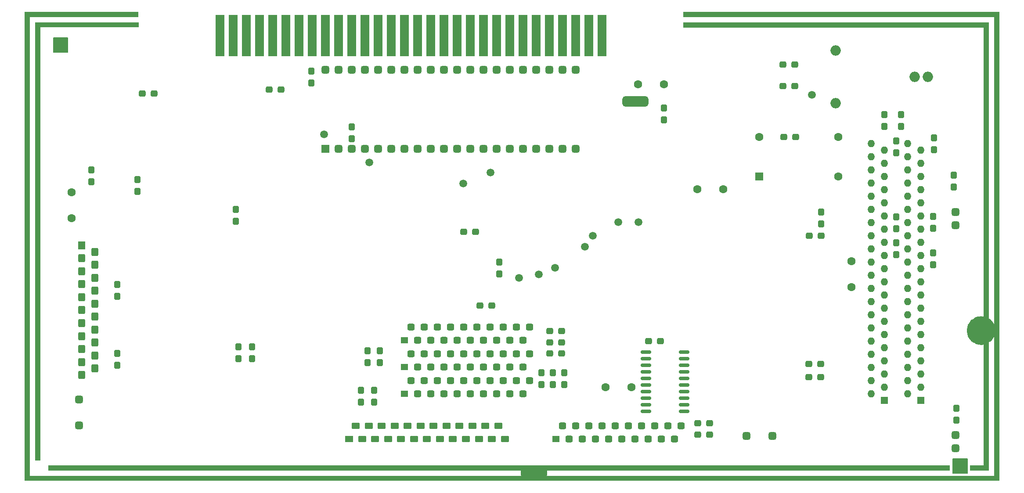
<source format=gbs>
G04 #@! TF.GenerationSoftware,KiCad,Pcbnew,7.0.2-0*
G04 #@! TF.CreationDate,2023-07-22T12:20:46+02:00*
G04 #@! TF.ProjectId,MegaCD,4d656761-4344-42e6-9b69-6361645f7063,rev?*
G04 #@! TF.SameCoordinates,Original*
G04 #@! TF.FileFunction,Soldermask,Bot*
G04 #@! TF.FilePolarity,Negative*
%FSLAX46Y46*%
G04 Gerber Fmt 4.6, Leading zero omitted, Abs format (unit mm)*
G04 Created by KiCad (PCBNEW 7.0.2-0) date 2023-07-22 12:20:46*
%MOMM*%
%LPD*%
G01*
G04 APERTURE LIST*
G04 Aperture macros list*
%AMRoundRect*
0 Rectangle with rounded corners*
0 $1 Rounding radius*
0 $2 $3 $4 $5 $6 $7 $8 $9 X,Y pos of 4 corners*
0 Add a 4 corners polygon primitive as box body*
4,1,4,$2,$3,$4,$5,$6,$7,$8,$9,$2,$3,0*
0 Add four circle primitives for the rounded corners*
1,1,$1+$1,$2,$3*
1,1,$1+$1,$4,$5*
1,1,$1+$1,$6,$7*
1,1,$1+$1,$8,$9*
0 Add four rect primitives between the rounded corners*
20,1,$1+$1,$2,$3,$4,$5,0*
20,1,$1+$1,$4,$5,$6,$7,0*
20,1,$1+$1,$6,$7,$8,$9,0*
20,1,$1+$1,$8,$9,$2,$3,0*%
G04 Aperture macros list end*
%ADD10C,2.767879*%
%ADD11C,0.150000*%
%ADD12R,1.600000X1.600000*%
%ADD13C,1.600000*%
%ADD14R,1.400000X1.400000*%
%ADD15O,1.400000X1.400000*%
%ADD16R,1.600000X1.200000*%
%ADD17RoundRect,0.300000X0.500000X-0.300000X0.500000X0.300000X-0.500000X0.300000X-0.500000X-0.300000X0*%
%ADD18R,1.400000X1.300000*%
%ADD19RoundRect,0.325000X0.375000X-0.325000X0.375000X0.325000X-0.375000X0.325000X-0.375000X-0.325000X0*%
%ADD20RoundRect,0.375000X-0.375000X0.375000X-0.375000X-0.375000X0.375000X-0.375000X0.375000X0.375000X0*%
%ADD21RoundRect,0.375000X0.375000X-0.375000X0.375000X0.375000X-0.375000X0.375000X-0.375000X-0.375000X0*%
%ADD22R,1.400000X1.600000*%
%ADD23RoundRect,0.350000X-0.350000X-0.450000X0.350000X-0.450000X0.350000X0.450000X-0.350000X0.450000X0*%
%ADD24O,2.000000X2.000000*%
%ADD25R,1.778000X8.000000*%
%ADD26RoundRect,0.375000X-0.375000X-0.375000X0.375000X-0.375000X0.375000X0.375000X-0.375000X0.375000X0*%
%ADD27RoundRect,0.255319X-0.344681X0.394681X-0.344681X-0.394681X0.344681X-0.394681X0.344681X0.394681X0*%
%ADD28RoundRect,0.255319X0.344681X-0.394681X0.344681X0.394681X-0.344681X0.394681X-0.344681X-0.394681X0*%
%ADD29C,1.500000*%
%ADD30RoundRect,0.255319X-0.394681X-0.344681X0.394681X-0.344681X0.394681X0.344681X-0.394681X0.344681X0*%
%ADD31RoundRect,0.150000X0.875000X0.150000X-0.875000X0.150000X-0.875000X-0.150000X0.875000X-0.150000X0*%
%ADD32RoundRect,0.500000X2.000000X0.500000X-2.000000X0.500000X-2.000000X-0.500000X2.000000X-0.500000X0*%
%ADD33RoundRect,0.255319X0.394681X0.344681X-0.394681X0.344681X-0.394681X-0.344681X0.394681X-0.344681X0*%
G04 APERTURE END LIST*
D10*
X231990539Y-107721400D02*
G75*
G03*
X231990539Y-107721400I-1383939J0D01*
G01*
G36*
X231105200Y-48285400D02*
G01*
X232105200Y-48285400D01*
X232105200Y-134696200D01*
X231105200Y-134696200D01*
X231105200Y-48285400D01*
G37*
D11*
X225145600Y-132435600D02*
X227914200Y-132435600D01*
X227914200Y-135255000D01*
X225145600Y-135255000D01*
X225145600Y-132435600D01*
G36*
X225145600Y-132435600D02*
G01*
X227914200Y-132435600D01*
X227914200Y-135255000D01*
X225145600Y-135255000D01*
X225145600Y-132435600D01*
G37*
G36*
X46202600Y-135728200D02*
G01*
X234086400Y-135728200D01*
X234086400Y-136702800D01*
X46202600Y-136702800D01*
X46202600Y-135728200D01*
G37*
G36*
X48234600Y-48742600D02*
G01*
X49242600Y-48742600D01*
X49242600Y-132816600D01*
X48234600Y-132816600D01*
X48234600Y-48742600D01*
G37*
G36*
X46202600Y-47091600D02*
G01*
X47202600Y-47091600D01*
X47202600Y-136702800D01*
X46202600Y-136702800D01*
X46202600Y-47091600D01*
G37*
G36*
X173202600Y-48285400D02*
G01*
X232105200Y-48285400D01*
X232105200Y-49269400D01*
X173202600Y-49269400D01*
X173202600Y-48285400D01*
G37*
G36*
X50749200Y-133696200D02*
G01*
X224561400Y-133696200D01*
X224561400Y-134696200D01*
X50749200Y-134696200D01*
X50749200Y-133696200D01*
G37*
G36*
X46202600Y-46253400D02*
G01*
X68097400Y-46253400D01*
X68097400Y-47253400D01*
X46202600Y-47253400D01*
X46202600Y-46253400D01*
G37*
G36*
X173202600Y-46278800D02*
G01*
X234086400Y-46278800D01*
X234086400Y-47261400D01*
X173202600Y-47261400D01*
X173202600Y-46278800D01*
G37*
X51714400Y-51231800D02*
X54483000Y-51231800D01*
X54483000Y-54051200D01*
X51714400Y-54051200D01*
X51714400Y-51231800D01*
G36*
X51714400Y-51231800D02*
G01*
X54483000Y-51231800D01*
X54483000Y-54051200D01*
X51714400Y-54051200D01*
X51714400Y-51231800D01*
G37*
G36*
X228473000Y-133696200D02*
G01*
X232105200Y-133696200D01*
X232105200Y-134696200D01*
X228473000Y-134696200D01*
X228473000Y-133696200D01*
G37*
G36*
X233086400Y-46278800D02*
G01*
X234086400Y-46278800D01*
X234086400Y-136702800D01*
X233086400Y-136702800D01*
X233086400Y-46278800D01*
G37*
G36*
X48234600Y-48242600D02*
G01*
X68148200Y-48242600D01*
X68148200Y-49242600D01*
X48234600Y-49242600D01*
X48234600Y-48242600D01*
G37*
D12*
X187833000Y-77978000D03*
D13*
X203073000Y-77978000D03*
X203073000Y-70358000D03*
X187833000Y-70358000D03*
D14*
X211963000Y-121158000D03*
D15*
X209423000Y-119888000D03*
X211963000Y-118618000D03*
X209423000Y-117348000D03*
X211963000Y-116078000D03*
X209423000Y-114808000D03*
X211963000Y-113538000D03*
X209423000Y-112268000D03*
X211963000Y-110998000D03*
X209423000Y-109728000D03*
X211963000Y-108458000D03*
X209423000Y-107188000D03*
X211963000Y-105918000D03*
X209423000Y-104648000D03*
X211963000Y-103378000D03*
X209423000Y-102108000D03*
X211963000Y-100838000D03*
X209423000Y-99568000D03*
X211963000Y-98298000D03*
X209423000Y-97028000D03*
X211963000Y-95758000D03*
X209423000Y-94488000D03*
X211963000Y-93218000D03*
X209423000Y-91948000D03*
X211963000Y-90678000D03*
X209423000Y-89408000D03*
X211963000Y-88138000D03*
X209423000Y-86868000D03*
X211963000Y-85598000D03*
X209423000Y-84328000D03*
X211963000Y-83058000D03*
X209423000Y-81788000D03*
X211963000Y-80518000D03*
X209423000Y-79248000D03*
X211963000Y-77978000D03*
X209423000Y-76708000D03*
X211963000Y-75438000D03*
X209423000Y-74168000D03*
X211963000Y-72898000D03*
X209423000Y-71628000D03*
D13*
X175848000Y-80441800D03*
X180848000Y-80441800D03*
X163195000Y-118618000D03*
X158195000Y-118618000D03*
D16*
X108758000Y-128651000D03*
D17*
X110008000Y-126111000D03*
X111258000Y-128651000D03*
X112508000Y-126111000D03*
X113758000Y-128651000D03*
X115008000Y-126111000D03*
X116258000Y-128651000D03*
X117508000Y-126111000D03*
X118758000Y-128651000D03*
X120008000Y-126111000D03*
X121258000Y-128651000D03*
X122508000Y-126111000D03*
X123758000Y-128651000D03*
X125008000Y-126111000D03*
X126258000Y-128651000D03*
X127508000Y-126111000D03*
X128758000Y-128651000D03*
X130008000Y-126111000D03*
X131258000Y-128651000D03*
X132508000Y-126111000D03*
X133758000Y-128651000D03*
X135008000Y-126111000D03*
X136258000Y-128651000D03*
X137508000Y-126111000D03*
X138758000Y-128651000D03*
D18*
X119380000Y-114757200D03*
D19*
X120650000Y-112217200D03*
X121920000Y-114757200D03*
X123190000Y-112217200D03*
X124460000Y-114757200D03*
X125730000Y-112217200D03*
X127000000Y-114757200D03*
X128270000Y-112217200D03*
X129540000Y-114757200D03*
X130810000Y-112217200D03*
X132080000Y-114757200D03*
X133350000Y-112217200D03*
X134620000Y-114757200D03*
X135890000Y-112217200D03*
X137160000Y-114757200D03*
X138430000Y-112217200D03*
X139700000Y-114757200D03*
X140970000Y-112217200D03*
X142240000Y-114757200D03*
X143510000Y-112217200D03*
D13*
X55245000Y-81026000D03*
X55245000Y-86026000D03*
D20*
X56642000Y-125980200D03*
X56642000Y-120980200D03*
D21*
X225628200Y-84861400D03*
X225628200Y-87401400D03*
D14*
X218948000Y-121158000D03*
D15*
X216408000Y-119888000D03*
X218948000Y-118618000D03*
X216408000Y-117348000D03*
X218948000Y-116078000D03*
X216408000Y-114808000D03*
X218948000Y-113538000D03*
X216408000Y-112268000D03*
X218948000Y-110998000D03*
X216408000Y-109728000D03*
X218948000Y-108458000D03*
X216408000Y-107188000D03*
X218948000Y-105918000D03*
X216408000Y-104648000D03*
X218948000Y-103378000D03*
X216408000Y-102108000D03*
X218948000Y-100838000D03*
X216408000Y-99568000D03*
X218948000Y-98298000D03*
X216408000Y-97028000D03*
X218948000Y-95758000D03*
X216408000Y-94488000D03*
X218948000Y-93218000D03*
X216408000Y-91948000D03*
X218948000Y-90678000D03*
X216408000Y-89408000D03*
X218948000Y-88138000D03*
X216408000Y-86868000D03*
X218948000Y-85598000D03*
X216408000Y-84328000D03*
X218948000Y-83058000D03*
X216408000Y-81788000D03*
X218948000Y-80518000D03*
X216408000Y-79248000D03*
X218948000Y-77978000D03*
X216408000Y-76708000D03*
X218948000Y-75438000D03*
X216408000Y-74168000D03*
X218948000Y-72898000D03*
X216408000Y-71628000D03*
D22*
X57150000Y-91279000D03*
D23*
X59690000Y-92529000D03*
X57150000Y-93779000D03*
X59690000Y-95029000D03*
X57150000Y-96279000D03*
X59690000Y-97529000D03*
X57150000Y-98779000D03*
X59690000Y-100029000D03*
X57150000Y-101279000D03*
X59690000Y-102529000D03*
X57150000Y-103779000D03*
X59690000Y-105029000D03*
X57150000Y-106279000D03*
X59690000Y-107529000D03*
X57150000Y-108779000D03*
X59690000Y-110029000D03*
X57150000Y-111279000D03*
X59690000Y-112529000D03*
X57150000Y-113779000D03*
X59690000Y-115029000D03*
X57150000Y-116279000D03*
D13*
X169418000Y-60198000D03*
X164418000Y-60198000D03*
D24*
X202565000Y-53721000D03*
X202565000Y-63881000D03*
X217805000Y-58801000D03*
X220345000Y-58801000D03*
D18*
X119380000Y-119888000D03*
D19*
X120650000Y-117348000D03*
X121920000Y-119888000D03*
X123190000Y-117348000D03*
X124460000Y-119888000D03*
X125730000Y-117348000D03*
X127000000Y-119888000D03*
X128270000Y-117348000D03*
X129540000Y-119888000D03*
X130810000Y-117348000D03*
X132080000Y-119888000D03*
X133350000Y-117348000D03*
X134620000Y-119888000D03*
X135890000Y-117348000D03*
X137160000Y-119888000D03*
X138430000Y-117348000D03*
X139700000Y-119888000D03*
X140970000Y-117348000D03*
X142240000Y-119888000D03*
X143510000Y-117348000D03*
D25*
X157480000Y-50800000D03*
X154940000Y-50800000D03*
X152400000Y-50800000D03*
X149860000Y-50800000D03*
X147320000Y-50800000D03*
X144780000Y-50800000D03*
X142240000Y-50800000D03*
X139700000Y-50800000D03*
X137160000Y-50800000D03*
X134620000Y-50800000D03*
X132080000Y-50800000D03*
X129540000Y-50800000D03*
X127000000Y-50800000D03*
X124460000Y-50800000D03*
X121920000Y-50800000D03*
X119380000Y-50800000D03*
X116840000Y-50800000D03*
X114300000Y-50800000D03*
X111760000Y-50800000D03*
X109220000Y-50800000D03*
X106680000Y-50800000D03*
X104140000Y-50800000D03*
X101600000Y-50800000D03*
X99060000Y-50800000D03*
X96520000Y-50800000D03*
X93980000Y-50800000D03*
X91440000Y-50800000D03*
X88900000Y-50800000D03*
X86360000Y-50800000D03*
X83820000Y-50800000D03*
D18*
X119380000Y-109601000D03*
D19*
X120650000Y-107061000D03*
X121920000Y-109601000D03*
X123190000Y-107061000D03*
X124460000Y-109601000D03*
X125730000Y-107061000D03*
X127000000Y-109601000D03*
X128270000Y-107061000D03*
X129540000Y-109601000D03*
X130810000Y-107061000D03*
X132080000Y-109601000D03*
X133350000Y-107061000D03*
X134620000Y-109601000D03*
X135890000Y-107061000D03*
X137160000Y-109601000D03*
X138430000Y-107061000D03*
X139700000Y-109601000D03*
X140970000Y-107061000D03*
X142240000Y-109601000D03*
X143510000Y-107061000D03*
D26*
X190343800Y-128016000D03*
X185343800Y-128016000D03*
D18*
X148590000Y-128651000D03*
D19*
X149860000Y-126111000D03*
X151130000Y-128651000D03*
X152400000Y-126111000D03*
X153670000Y-128651000D03*
X154940000Y-126111000D03*
X156210000Y-128651000D03*
X157480000Y-126111000D03*
X158750000Y-128651000D03*
X160020000Y-126111000D03*
X161290000Y-128651000D03*
X162560000Y-126111000D03*
X163830000Y-128651000D03*
X165100000Y-126111000D03*
X166370000Y-128651000D03*
X167640000Y-126111000D03*
X168910000Y-128651000D03*
X170180000Y-126111000D03*
X171450000Y-128651000D03*
X172720000Y-126111000D03*
D21*
X225628200Y-127838200D03*
X225628200Y-130378200D03*
D13*
X205613000Y-94314000D03*
X205613000Y-99314000D03*
D12*
X104140000Y-72644000D03*
D21*
X106680000Y-72644000D03*
X109220000Y-72644000D03*
X111760000Y-72644000D03*
X114300000Y-72644000D03*
X116840000Y-72644000D03*
X119380000Y-72644000D03*
X121920000Y-72644000D03*
X124460000Y-72644000D03*
X127000000Y-72644000D03*
X129540000Y-72644000D03*
X132080000Y-72644000D03*
X134620000Y-72644000D03*
X137160000Y-72644000D03*
X139700000Y-72644000D03*
X142240000Y-72644000D03*
X144780000Y-72644000D03*
X147320000Y-72644000D03*
X149860000Y-72644000D03*
X152400000Y-72644000D03*
X152400000Y-57404000D03*
X149860000Y-57404000D03*
X147320000Y-57404000D03*
X144780000Y-57404000D03*
X142240000Y-57404000D03*
X139700000Y-57404000D03*
X137160000Y-57404000D03*
X134620000Y-57404000D03*
X132080000Y-57404000D03*
X129540000Y-57404000D03*
X127000000Y-57404000D03*
X124460000Y-57404000D03*
X121920000Y-57404000D03*
X119380000Y-57404000D03*
X116840000Y-57404000D03*
X114300000Y-57404000D03*
X111760000Y-57404000D03*
X109220000Y-57404000D03*
X106680000Y-57404000D03*
X104140000Y-57404000D03*
D27*
X112268000Y-111633000D03*
X112268000Y-113919000D03*
D28*
X109220000Y-70739000D03*
X109220000Y-68453000D03*
X225806000Y-124968000D03*
X225806000Y-122682000D03*
D27*
X64008000Y-112141000D03*
X64008000Y-114427000D03*
D28*
X145796000Y-118110000D03*
X145796000Y-115824000D03*
D29*
X135966200Y-77241400D03*
X164515800Y-86791800D03*
D30*
X147447000Y-107823000D03*
X149733000Y-107823000D03*
X197485000Y-89408000D03*
X199771000Y-89408000D03*
D27*
X214198200Y-85775800D03*
X214198200Y-88061800D03*
D30*
X175949700Y-127762000D03*
X178235700Y-127762000D03*
D29*
X141478000Y-97536000D03*
X112649000Y-75311000D03*
D28*
X67945000Y-80899000D03*
X67945000Y-78613000D03*
D30*
X93345000Y-61214000D03*
X95631000Y-61214000D03*
D28*
X214198200Y-93091000D03*
X214198200Y-90805000D03*
D27*
X211963000Y-66040000D03*
X211963000Y-68326000D03*
D31*
X173355000Y-111887000D03*
X173355000Y-113157000D03*
X173355000Y-114427000D03*
X173355000Y-115697000D03*
X173355000Y-116967000D03*
X173355000Y-118237000D03*
X173355000Y-119507000D03*
X173355000Y-120777000D03*
X173355000Y-122047000D03*
X173355000Y-123317000D03*
X165989000Y-123317000D03*
X165989000Y-122047000D03*
X165989000Y-120777000D03*
X165989000Y-119507000D03*
X165989000Y-118237000D03*
X165989000Y-116967000D03*
X165989000Y-115697000D03*
X165989000Y-114427000D03*
X165989000Y-113157000D03*
X165989000Y-111887000D03*
D29*
X154178000Y-91567000D03*
D32*
X144399000Y-135128000D03*
D27*
X101473000Y-57658000D03*
X101473000Y-59944000D03*
D29*
X197993000Y-62230000D03*
D33*
X194691000Y-56388000D03*
X192405000Y-56388000D03*
D30*
X133985000Y-102870000D03*
X136271000Y-102870000D03*
D29*
X103911400Y-69875400D03*
D27*
X137668000Y-94488000D03*
X137668000Y-96774000D03*
D32*
X163957000Y-63500000D03*
D28*
X150241000Y-118110000D03*
X150241000Y-115824000D03*
D27*
X87376000Y-110871000D03*
X87376000Y-113157000D03*
D28*
X199771000Y-87122000D03*
X199771000Y-84836000D03*
X148005800Y-118110000D03*
X148005800Y-115824000D03*
D30*
X147447000Y-109982000D03*
X149733000Y-109982000D03*
D27*
X113538000Y-119253000D03*
X113538000Y-121539000D03*
X64008000Y-98806000D03*
X64008000Y-101092000D03*
D30*
X197358000Y-114173000D03*
X199644000Y-114173000D03*
D27*
X90043000Y-110871000D03*
X90043000Y-113157000D03*
X114681000Y-111633000D03*
X114681000Y-113919000D03*
X215163400Y-66040000D03*
X215163400Y-68326000D03*
X110998000Y-119253000D03*
X110998000Y-121539000D03*
D30*
X130810000Y-88646000D03*
X133096000Y-88646000D03*
D28*
X59055000Y-78994000D03*
X59055000Y-76708000D03*
D30*
X166497000Y-109728000D03*
X168783000Y-109728000D03*
X147447000Y-112141000D03*
X149733000Y-112141000D03*
D29*
X160655000Y-86791800D03*
D30*
X68834000Y-61976000D03*
X71120000Y-61976000D03*
D29*
X148463000Y-95631000D03*
D27*
X86868000Y-84328000D03*
X86868000Y-86614000D03*
D30*
X197358000Y-116713000D03*
X199644000Y-116713000D03*
X175949700Y-125603000D03*
X178235700Y-125603000D03*
D28*
X169418000Y-67056000D03*
X169418000Y-64770000D03*
X221361000Y-88011000D03*
X221361000Y-85725000D03*
D29*
X130784600Y-79324200D03*
X145288000Y-96901000D03*
X155702000Y-89408000D03*
D28*
X221488000Y-72792500D03*
X221488000Y-70506500D03*
D30*
X192532000Y-70358000D03*
X194818000Y-70358000D03*
D28*
X225298000Y-79994000D03*
X225298000Y-77708000D03*
D33*
X194691000Y-60579000D03*
X192405000Y-60579000D03*
D28*
X214198200Y-73431400D03*
X214198200Y-71145400D03*
X221361000Y-94996000D03*
X221361000Y-92710000D03*
M02*

</source>
